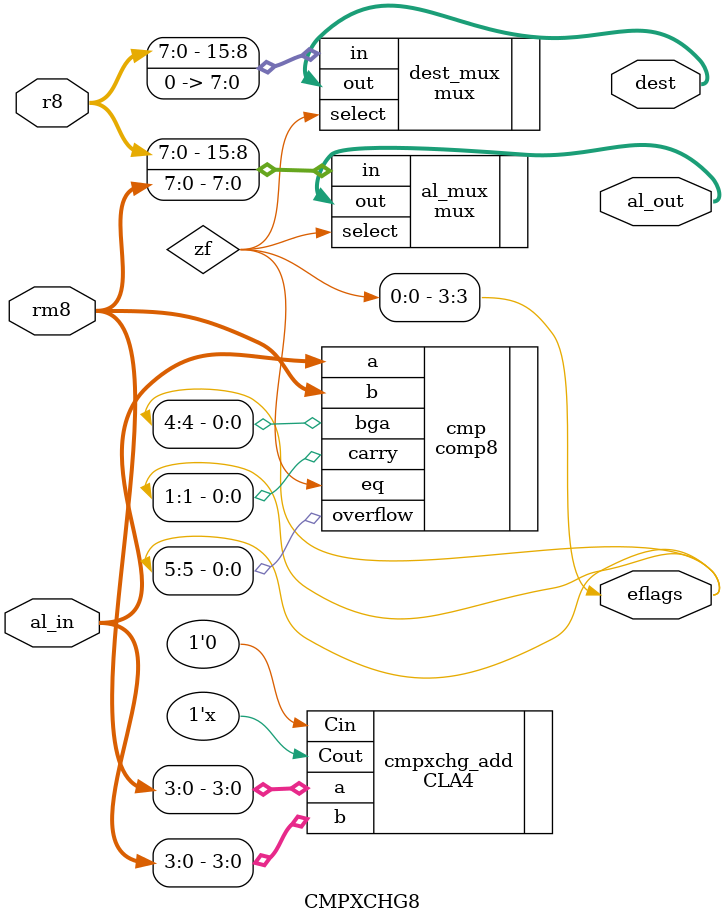
<source format=v>
`timescale 1ns / 1ps
module CMPXCHG32(rm32, r32, eax_in, dest, eax_out, eflags);
input [31:0] rm32; //register or memory value, dest
input [31:0] r32; //always a register value, src
input [31:0] eax_in;
output [31:0] dest;
output [31:0] eax_out;

output [5:0] eflags;

wire zf;

comp32 cmp(.a(eax_in), .b(rm32), .eq(zf), .bga(eflags[4]), .overflow(eflags[5]), .carry(eflags[1]));
/*IF accumulator = DEST
    THEN
        ZF ← 1
        DEST ← SRC
    ELSE
        ZF ← 0
        accumulator ← DEST
*/

mux #(.INPUT(2), .WIDTH(32)) dest_mux (.in({r32, 32'd0}), .out(dest), .select(zf));
mux #(.INPUT(2), .WIDTH(32)) eax_mux (.in({r32, rm32}), .out(eax_out), .select(zf));
assign eflags[3] = zf;
CLA4 cmpxchg_add(.a(rm32[3:0]), .b(eax_in[3:0]), .Cin(1'b0), .Cout(eflags_out[2]));


endmodule

`timescale 1ns / 1ps
module CMPXCHG16(rm16, r16, ax_in, dest, ax_out, eflags);
input [15:0] rm16; //register or memory value, dest
input [15:0] r16; //always a register value, src
input [15:0] ax_in;
output [15:0] dest;
output [15:0] ax_out;
output [5:0] eflags;

wire zf;

comp16 cmp(.a(ax_in), .b(rm16), .eq(zf), .bga(eflags[4]), .overflow(eflags[5]), .carry(eflags[1]));
/*IF accumulator = DEST
    THEN
        ZF ← 1
        DEST ← SRC
    ELSE
        ZF ← 0
        accumulator ← DEST
*/

   mux #(.INPUT(2), .WIDTH(16)) dest_mux (.in({r16, 16'd0}), .out(dest), .select(zf));
mux #(.INPUT(2), .WIDTH(16)) ax_mux (.in({r16, rm16}), .out(ax_out), .select(zf));
assign eflags[3] = zf;
CLA4 cmpxchg_add(.a(rm16[3:0]), .b(ax_in[3:0]), .Cin(1'b0), .Cout(eflags_out[2]));

endmodule

`timescale 1ns / 1ps
module CMPXCHG8(rm8, r8, al_in, dest, al_out, eflags);
input [7:0] rm8; //register or memory value, dest
input [7:0] r8; //always a register value, src
input [7:0] al_in;
output [7:0] dest;
output [7:0] al_out;
output [5:0] eflags;

wire zf;

comp8 cmp(.a(al_in), .b(rm8), .eq(zf), .bga(eflags[4]), .overflow(eflags[5]), .carry(eflags[1]));
/*IF accumulator = DEST
    THEN
        ZF ← 1
        DEST ← SRC
    ELSE
        ZF ← 0
        accumulator ← DEST
*/

mux #(.INPUT(2), .WIDTH(8)) dest_mux (.in({r8, 8'd0}), .out(dest), .select(zf));
mux #(.INPUT(2), .WIDTH(8)) al_mux (.in({r8, rm8}), .out(al_out), .select(zf));
assign eflags[3] = zf;
CLA4 cmpxchg_add(.a(rm8[3:0]), .b(al_in[3:0]), .Cin(1'b0), .Cout(eflags_out[2]));


endmodule

</source>
